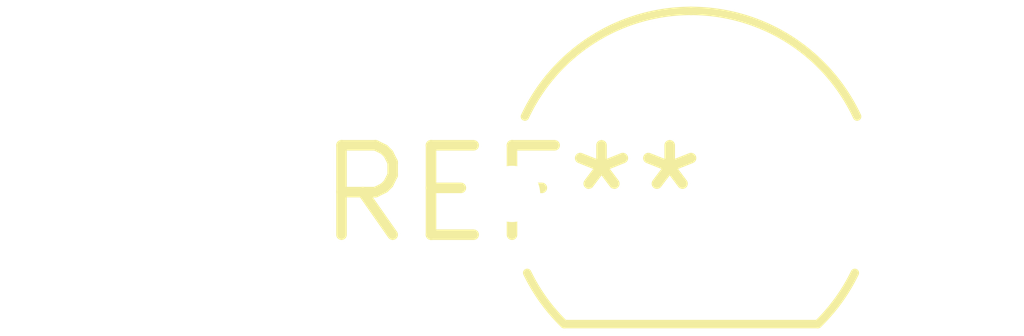
<source format=kicad_pcb>
(kicad_pcb (version 20240108) (generator pcbnew)
  (layers (0 "F.Cu" signal) (31 "B.Cu" signal) (34 "B.Paste" user) (35 "F.Paste" user) (36 "B.SilkS" user "B.Silkscreen") (37 "F.SilkS" user "F.Silkscreen") (38 "B.Mask" user) (39 "F.Mask" user) (44 "Edge.Cuts" user))
  (net 0 "")
  (footprint "TO-92-2_Wide" (layer "F.Cu") (at 0 0)
    (property "Reference" "REF**")
    (property "Value" "TO-92-2_Wide")
    (fp_line (start 0.74 1.85) (end 4.34 1.85) (layer "F.SilkS") (stroke (width 0.12)))
    (fp_arc (start 0.1836 -1.098807) (mid 1.143021 -2.192817) (end 2.54 -2.6) (layer "F.SilkS") (stroke (width 0.12)))
    (fp_arc (start 0.74 1.85) (mid 0.446097 1.509328) (end 0.215816 1.122795) (layer "F.SilkS") (stroke (width 0.12)))
    (fp_arc (start 2.54 -2.6) (mid 3.936979 -2.192818) (end 4.8964 -1.098807) (layer "F.SilkS") (stroke (width 0.12)))
    (fp_arc (start 4.864184 1.122795) (mid 4.633903 1.509328) (end 4.34 1.85) (layer "F.SilkS") (stroke (width 0.12)))
    (pad "1" thru_hole rect (at 0 0) (size 1.5 1.5) (drill 0.8) (layers *.Cu *.Mask) (remove_unused_layers))
    (pad "2" thru_hole circle (at 5.08 0) (size 1.5 1.5) (drill 0.8) (layers *.Cu *.Mask) (remove_unused_layers))
  )
)
</source>
